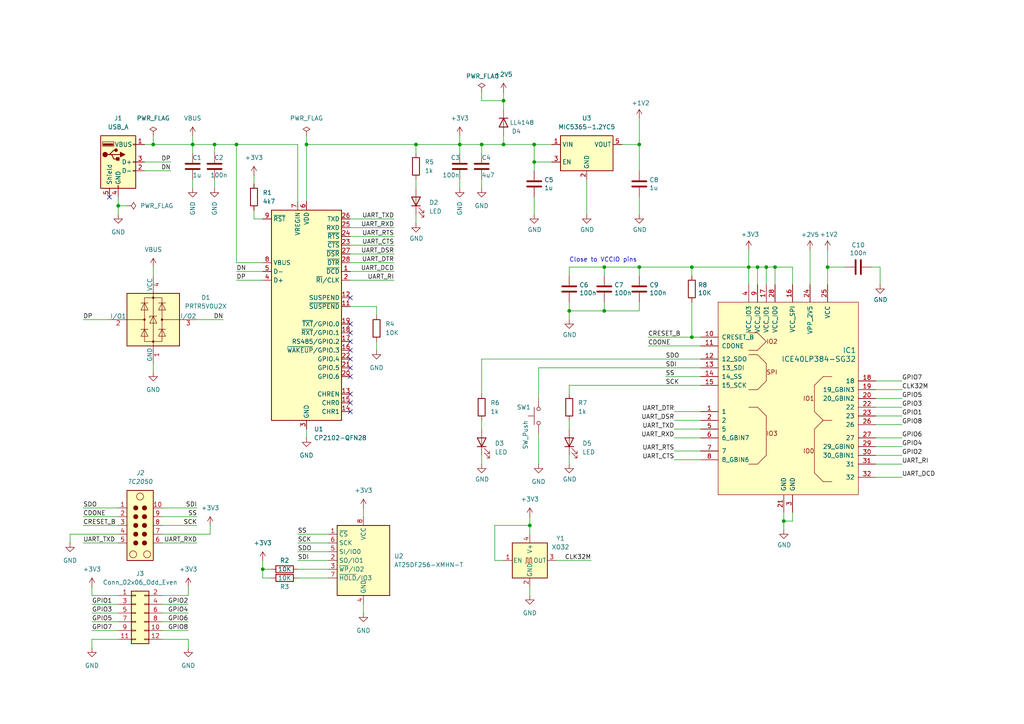
<source format=kicad_sch>
(kicad_sch (version 20250114) (generator "eeschema") (generator_version "9.0")
  (paper "A4")
  (title_block (title "UART384") (date "2025-08-26") (rev "v1.0") (comment 1 "a USB/UART enabled dev-board for the ice40LP384") (comment 2 "https://github.com/dpiegdon/uart384"))
  (lib_symbols
    (symbol "Connector:TC2050" (in_bom no)
      (property "Reference" "J" (at 1.27 11.43 0))
      (property "Value" "TC2050" (at 1.27 -11.43 0))
      (symbol "TC2050_1_1"
        (pin passive line (at -5.08 5.08 0) (length 2.54) (name "~") (number "1"))
        (pin passive line (at -5.08 2.54 0) (length 2.54) (name "~") (number "2"))
        (pin passive line (at -5.08 0 0) (length 2.54) (name "~") (number "3"))
        (pin passive line (at -5.08 -2.54 0) (length 2.54) (name "~") (number "4"))
        (pin passive line (at -5.08 -5.08 0) (length 2.54) (name "~") (number "5"))
        (pin passive line (at 7.62 5.08 180) (length 2.54) (name "~") (number "10"))
        (pin passive line (at 7.62 2.54 180) (length 2.54) (name "~") (number "9"))
        (pin passive line (at 7.62 0 180) (length 2.54) (name "~") (number "8"))
        (pin passive line (at 7.62 -2.54 180) (length 2.54) (name "~") (number "7"))
        (pin passive line (at 7.62 -5.08 180) (length 2.54) (name "~") (number "6"))
      )
    )
    (symbol "Connector:USB_A" (pin_names (offset 1.016))
      (property "Reference" "J" (at -5.08 11.43 0))
      (property "Value" "USB_A" (at -5.08 8.89 0))
      (symbol "USB_A_1_1"
        (pin passive line (at -2.54 -10.16 90) (length 2.54) (name "Shield") (number "5"))
        (pin power_in line (at 0 -10.16 90) (length 2.54) (name "GND") (number "4"))
        (pin power_in line (at 7.62 5.08 180) (length 2.54) (name "VBUS") (number "1"))
        (pin bidirectional line (at 7.62 0 180) (length 2.54) (name "D+") (number "3"))
        (pin bidirectional line (at 7.62 -2.54 180) (length 2.54) (name "D-") (number "2"))
      )
    )
    (symbol "Connector_Generic:Conn_02x06_Odd_Even" (pin_names (offset 1.016) (hide yes))
      (property "Reference" "J" (at 1.27 7.62 0))
      (property "Value" "Conn_02x06_Odd_Even" (at 1.27 -10.16 0))
      (symbol "Conn_02x06_Odd_Even_1_1"
        (pin passive line (at -5.08 5.08 0) (length 3.81) (name "Pin_1") (number "1"))
        (pin passive line (at -5.08 2.54 0) (length 3.81) (name "Pin_3") (number "3"))
        (pin passive line (at -5.08 0 0) (length 3.81) (name "Pin_5") (number "5"))
        (pin passive line (at -5.08 -2.54 0) (length 3.81) (name "Pin_7") (number "7"))
        (pin passive line (at -5.08 -5.08 0) (length 3.81) (name "Pin_9") (number "9"))
        (pin passive line (at -5.08 -7.62 0) (length 3.81) (name "Pin_11") (number "11"))
        (pin passive line (at 7.62 5.08 180) (length 3.81) (name "Pin_2") (number "2"))
        (pin passive line (at 7.62 2.54 180) (length 3.81) (name "Pin_4") (number "4"))
        (pin passive line (at 7.62 0 180) (length 3.81) (name "Pin_6") (number "6"))
        (pin passive line (at 7.62 -2.54 180) (length 3.81) (name "Pin_8") (number "8"))
        (pin passive line (at 7.62 -5.08 180) (length 3.81) (name "Pin_10") (number "10"))
        (pin passive line (at 7.62 -7.62 180) (length 3.81) (name "Pin_12") (number "12"))
      )
    )
    (symbol "Device:C" (pin_numbers (hide yes)) (pin_names (offset 0.254))
      (property "Reference" "C" (at 0.635 2.54 0))
      (property "Value" "C" (at 0.635 -2.54 0))
      (symbol "C_1_1"
        (pin passive line (at 0 3.81 270) (length 2.794) (name "~") (number "1"))
        (pin passive line (at 0 -3.81 90) (length 2.794) (name "~") (number "2"))
      )
    )
    (symbol "Device:D" (pin_numbers (hide yes)) (pin_names (offset 1.016) (hide yes))
      (property "Reference" "D" (at 0 2.54 0))
      (property "Value" "D" (at 0 -2.54 0))
      (symbol "D_1_1"
        (pin passive line (at -3.81 0 0) (length 2.54) (name "K") (number "1"))
        (pin passive line (at 3.81 0 180) (length 2.54) (name "A") (number "2"))
      )
    )
    (symbol "Device:LED" (pin_numbers (hide yes)) (pin_names (offset 1.016) (hide yes))
      (property "Reference" "D" (at 0 2.54 0))
      (property "Value" "LED" (at 0 -2.54 0))
      (symbol "LED_1_1"
        (pin passive line (at -3.81 0 0) (length 2.54) (name "K") (number "1"))
        (pin passive line (at 3.81 0 180) (length 2.54) (name "A") (number "2"))
      )
    )
    (symbol "Device:R" (pin_numbers (hide yes)) (pin_names (offset 0))
      (property "Reference" "R" (at 2.032 0 90))
      (property "Value" "R" (at 0 0 90))
      (symbol "R_1_1"
        (pin passive line (at 0 3.81 270) (length 1.27) (name "~") (number "1"))
        (pin passive line (at 0 -3.81 90) (length 1.27) (name "~") (number "2"))
      )
    )
    (symbol "Interface_USB:CP2102N-Axx-xQFN28"
      (property "Reference" "U" (at -8.89 31.75 0))
      (property "Value" "CP2102N-Axx-xQFN28" (at 12.7 31.75 0))
      (symbol "CP2102N-Axx-xQFN28_1_1"
        (pin input line (at -12.7 27.94 0) (length 2.54) (name "~{RST}") (number "9"))
        (pin input line (at -12.7 15.24 0) (length 2.54) (name "VBUS") (number "8"))
        (pin bidirectional line (at -12.7 12.7 0) (length 2.54) (name "D-") (number "5"))
        (pin bidirectional line (at -12.7 10.16 0) (length 2.54) (name "D+") (number "4"))
        (pin no_connect line (at -10.16 -27.94 0) (length 2.54) (hide yes) (name "NC") (number "10"))
        (pin power_in line (at -2.54 33.02 270) (length 2.54) (name "VREGIN") (number "7"))
        (pin power_in line (at 0 33.02 270) (length 2.54) (name "VDD") (number "6"))
        (pin passive line (at 0 -33.02 90) (length 2.54) (hide yes) (name "GND") (number "29"))
        (pin power_in line (at 0 -33.02 90) (length 2.54) (name "GND") (number "3"))
        (pin output line (at 12.7 27.94 180) (length 2.54) (name "TXD") (number "26"))
        (pin input line (at 12.7 25.4 180) (length 2.54) (name "RXD") (number "25"))
        (pin output line (at 12.7 22.86 180) (length 2.54) (name "~{RTS}") (number "24"))
        (pin input line (at 12.7 20.32 180) (length 2.54) (name "~{CTS}") (number "23"))
        (pin input line (at 12.7 17.78 180) (length 2.54) (name "~{DSR}") (number "27"))
        (pin output line (at 12.7 15.24 180) (length 2.54) (name "~{DTR}") (number "28"))
        (pin input line (at 12.7 12.7 180) (length 2.54) (name "~{DCD}") (number "1"))
        (pin bidirectional line (at 12.7 10.16 180) (length 2.54) (name "~{RI}/CLK") (number "2"))
        (pin output line (at 12.7 5.08 180) (length 2.54) (name "SUSPEND") (number "12"))
        (pin output line (at 12.7 2.54 180) (length 2.54) (name "~{SUSPEND}") (number "11"))
        (pin bidirectional line (at 12.7 -2.54 180) (length 2.54) (name "~{TXT}/GPIO.0") (number "19"))
        (pin bidirectional line (at 12.7 -5.08 180) (length 2.54) (name "~{RXT}/GPIO.1") (number "18"))
        (pin bidirectional line (at 12.7 -7.62 180) (length 2.54) (name "RS485/GPIO.2") (number "17"))
        (pin bidirectional line (at 12.7 -10.16 180) (length 2.54) (name "~{WAKEUP}/GPIO.3") (number "16"))
        (pin bidirectional line (at 12.7 -12.7 180) (length 2.54) (name "GPIO.4") (number "22"))
        (pin bidirectional line (at 12.7 -15.24 180) (length 2.54) (name "GPIO.5") (number "21"))
        (pin bidirectional line (at 12.7 -17.78 180) (length 2.54) (name "GPIO.6") (number "20"))
        (pin output line (at 12.7 -22.86 180) (length 2.54) (name "CHREN") (number "13"))
        (pin output line (at 12.7 -25.4 180) (length 2.54) (name "CHR0") (number "15"))
        (pin output line (at 12.7 -27.94 180) (length 2.54) (name "CHR1") (number "14"))
      )
    )
    (symbol "Memory_Flash:AT25SF081-SSHD-X"
      (property "Reference" "U" (at -6.35 11.43 0))
      (property "Value" "AT25SF081-SSHD-X" (at 11.43 11.43 0))
      (symbol "AT25SF081-SSHD-X_1_1"
        (pin input line (at -10.16 7.62 0) (length 2.54) (name "~{CS}") (number "1"))
        (pin input line (at -10.16 5.08 0) (length 2.54) (name "SCK") (number "6"))
        (pin bidirectional line (at -10.16 2.54 0) (length 2.54) (name "SI/IO0") (number "5"))
        (pin bidirectional line (at -10.16 0 0) (length 2.54) (name "SO/IO1") (number "2"))
        (pin bidirectional line (at -10.16 -2.54 0) (length 2.54) (name "~{WP}/IO2") (number "3"))
        (pin bidirectional line (at -10.16 -5.08 0) (length 2.54) (name "~{HOLD}/IO3") (number "7"))
        (pin power_in line (at 0 12.7 270) (length 2.54) (name "VCC") (number "8"))
        (pin power_in line (at 0 -12.7 90) (length 2.54) (name "GND") (number "4"))
      )
    )
    (symbol "Oscillator:XO32" (pin_names (offset 0.254))
      (property "Reference" "Y" (at -5.08 6.35 0))
      (property "Value" "XO32" (at 1.27 -6.35 0))
      (symbol "XO32_1_1"
        (pin input line (at -7.62 0 0) (length 2.54) (name "EN") (number "1"))
        (pin power_in line (at 0 7.62 270) (length 2.54) (name "V+") (number "4"))
        (pin power_in line (at 0 -7.62 90) (length 2.54) (name "GND") (number "2"))
        (pin output line (at 7.62 0 180) (length 2.54) (name "OUT") (number "3"))
      )
    )
    (symbol "Power_Protection:PRTR5V0U2X" (pin_names (offset 0))
      (property "Reference" "D" (at 2.794 8.636 0))
      (property "Value" "PRTR5V0U2X" (at 8.128 -9.398 0))
      (symbol "PRTR5V0U2X_1_1"
        (pin passive line (at -12.7 0 0) (length 5.08) (name "I/O1") (number "2"))
        (pin passive line (at 0 12.7 270) (length 5.08) (name "VCC") (number "4"))
        (pin passive line (at 0 -12.7 90) (length 5.08) (name "GND") (number "1"))
        (pin passive line (at 12.7 0 180) (length 5.08) (name "I/O2") (number "3"))
      )
    )
    (symbol "Regulator_Linear:MIC5365-1.2YC5"
      (property "Reference" "U" (at -6.35 6.35 0))
      (property "Value" "MIC5365-1.2YC5" (at 0 6.35 0))
      (symbol "MIC5365-1.2YC5_1_1"
        (pin power_in line (at -10.16 2.54 0) (length 2.54) (name "VIN") (number "1"))
        (pin input line (at -10.16 -2.54 0) (length 2.54) (name "EN") (number "3"))
        (pin power_in line (at 0 -7.62 90) (length 2.54) (name "GND") (number "2"))
        (pin no_connect line (at 7.62 -2.54 180) (length 2.54) (hide yes) (name "NC") (number "4"))
        (pin power_out line (at 10.16 2.54 180) (length 2.54) (name "VOUT") (number "5"))
      )
    )
    (symbol "Switch:SW_Push" (pin_numbers (hide yes)) (pin_names (offset 1.016) (hide yes))
      (property "Reference" "SW" (at 1.27 2.54 0))
      (property "Value" "SW_Push" (at 0 -1.524 0))
      (symbol "SW_Push_0_1"
        (pin passive line (at -5.08 0 0) (length 2.54) (name "1") (number "1"))
        (pin passive line (at 5.08 0 180) (length 2.54) (name "2") (number "2"))
      )
    )
    (symbol "lattice_fpga:ICE40LP384-SG32" (pin_names (offset 1.016))
      (property "Reference" "IC" (at 19.05 13.97 0))
      (property "Value" "ICE40LP384-SG32" (at 19.05 16.51 0))
      (symbol "ICE40LP384-SG32_1_1"
        (text "IO2" (at -6.35 19.05 0) (effects (font (size 1.27 1.27)) (justify left)))
        (text "SPI" (at -6.35 10.16 0) (effects (font (size 1.27 1.27)) (justify left)))
        (text "IO3" (at -6.35 -7.62 0) (effects (font (size 1.27 1.27)) (justify left)))
        (text "IO1" (at 7.62 2.54 0) (effects (font (size 1.27 1.27)) (justify right)))
        (text "IO0" (at 7.62 -12.7 0) (effects (font (size 1.27 1.27)) (justify right)))
        (pin input line (at -25.4 20.32 0) (length 5.08) (name "CRESET_B") (number "10"))
        (pin bidirectional line (at -25.4 17.78 0) (length 5.08) (name "CDONE") (number "11"))
        (pin bidirectional line (at -25.4 13.97 0) (length 5.08) (name "12_SDO") (number "12"))
        (pin bidirectional line (at -25.4 11.43 0) (length 5.08) (name "13_SDI") (number "13"))
        (pin bidirectional line (at -25.4 8.89 0) (length 5.08) (name "14_SS") (number "14"))
        (pin bidirectional line (at -25.4 6.35 0) (length 5.08) (name "15_SCK") (number "15"))
        (pin bidirectional line (at -25.4 -1.27 0) (length 5.08) (name "1") (number "1"))
        (pin bidirectional line (at -25.4 -3.81 0) (length 5.08) (name "2") (number "2"))
        (pin bidirectional line (at -25.4 -6.35 0) (length 5.08) (name "5") (number "5"))
        (pin bidirectional line (at -25.4 -8.89 0) (length 5.08) (name "6_GBIN7") (number "6"))
        (pin bidirectional line (at -25.4 -12.7 0) (length 5.08) (name "7") (number "7"))
        (pin bidirectional line (at -25.4 -15.24 0) (length 5.08) (name "8_GBIN6") (number "8"))
        (pin power_in line (at -11.43 35.56 270) (length 5.08) (name "VCC_IO3") (number "4"))
        (pin power_in line (at -8.89 35.56 270) (length 5.08) (name "VCC_IO2") (number "9"))
        (pin power_in line (at -6.35 35.56 270) (length 5.08) (name "VCC_IO1") (number "17"))
        (pin power_in line (at -3.81 35.56 270) (length 5.08) (name "VCC_IO0") (number "28"))
        (pin power_in line (at -1.27 -30.48 90) (length 5.08) (name "GND") (number "21"))
        (pin power_in line (at 1.27 35.56 270) (length 5.08) (name "VCC_SPI") (number "16"))
        (pin power_in line (at 1.27 -30.48 90) (length 5.08) (name "GND") (number "3"))
        (pin no_connect non_logic (at 3.81 -30.48 90) (length 5.08) (hide yes) (name "center_pad") (number "33"))
        (pin power_in line (at 6.35 35.56 270) (length 5.08) (name "VPP_2V5") (number "24"))
        (pin power_in line (at 11.43 35.56 270) (length 5.08) (name "VCC") (number "25"))
        (pin bidirectional line (at 25.4 7.62 180) (length 5.08) (name "18") (number "18"))
        (pin bidirectional line (at 25.4 5.08 180) (length 5.08) (name "19_GBIN3") (number "19"))
        (pin bidirectional line (at 25.4 2.54 180) (length 5.08) (name "20_GBIN2") (number "20"))
        (pin bidirectional line (at 25.4 0 180) (length 5.08) (name "22") (number "22"))
        (pin bidirectional line (at 25.4 -2.54 180) (length 5.08) (name "23") (number "23"))
        (pin bidirectional line (at 25.4 -5.08 180) (length 5.08) (name "26") (number "26"))
        (pin bidirectional line (at 25.4 -8.89 180) (length 5.08) (name "27") (number "27"))
        (pin bidirectional line (at 25.4 -11.43 180) (length 5.08) (name "29_GBIN0") (number "29"))
        (pin bidirectional line (at 25.4 -13.97 180) (length 5.08) (name "30_GBIN1") (number "30"))
        (pin bidirectional line (at 25.4 -16.51 180) (length 5.08) (name "31") (number "31"))
        (pin bidirectional line (at 25.4 -20.32 180) (length 5.08) (name "32") (number "32"))
      )
    )
    (symbol "power:+1V2" (power) (pin_numbers (hide yes)) (pin_names (offset 0) (hide yes))
      (property "Value" "+1V2" (at 0 3.556 0))
      (symbol "+1V2_1_1"
        (pin power_in line (at 0 0 90) (length 0) (name "~") (number "1"))
      )
    )
    (symbol "power:+2V5" (power) (pin_numbers (hide yes)) (pin_names (offset 0) (hide yes))
      (property "Value" "+2V5" (at 0 3.556 0))
      (symbol "+2V5_1_1"
        (pin power_in line (at 0 0 90) (length 0) (name "~") (number "1"))
      )
    )
    (symbol "power:+3V3" (power) (pin_numbers (hide yes)) (pin_names (offset 0) (hide yes))
      (property "Value" "+3V3" (at 0 3.556 0))
      (symbol "+3V3_1_1"
        (pin power_in line (at 0 0 90) (length 0) (name "~") (number "1"))
      )
    )
    (symbol "power:GND" (power) (pin_numbers (hide yes)) (pin_names (offset 0) (hide yes))
      (property "Value" "GND" (at 0 -3.81 0))
      (symbol "GND_1_1"
        (pin power_in line (at 0 0 270) (length 0) (name "~") (number "1"))
      )
    )
    (symbol "power:PWR_FLAG" (power) (pin_numbers (hide yes)) (pin_names (offset 0) (hide yes))
      (property "Value" "PWR_FLAG" (at 0 3.81 0))
      (symbol "PWR_FLAG_0_0"
        (pin power_out line (at 0 0 90) (length 0) (name "~") (number "1"))
      )
    )
    (symbol "power:VBUS" (power) (pin_numbers (hide yes)) (pin_names (offset 0) (hide yes))
      (property "Value" "VBUS" (at 0 3.556 0))
      (symbol "VBUS_1_1"
        (pin power_in line (at 0 0 90) (length 0) (name "~") (number "1"))
      )
    )
  )
  (text "Close to VCCIO pins" (at 165.1 76.2 0) (effects (font (size 1.27 1.27)) (justify left bottom)))
  (junction (at 224.79 77.47))
  (junction (at 68.58 41.91))
  (junction (at 55.88 41.91))
  (junction (at 217.17 77.47))
  (junction (at 222.25 77.47))
  (junction (at 133.35 41.91))
  (junction (at 200.66 97.79))
  (junction (at 153.67 152.4))
  (junction (at 62.23 41.91))
  (junction (at 154.94 46.99))
  (junction (at 154.94 41.91))
  (junction (at 120.65 41.91))
  (junction (at 76.2 165.1))
  (junction (at 165.1 90.17))
  (junction (at 185.42 41.91))
  (junction (at 175.26 90.17))
  (junction (at 44.45 41.91))
  (junction (at 34.29 59.69))
  (junction (at 200.66 77.47))
  (junction (at 185.42 77.47))
  (junction (at 146.05 29.21))
  (junction (at 139.7 41.91))
  (junction (at 227.33 151.13))
  (junction (at 146.05 41.91))
  (junction (at 219.71 77.47))
  (junction (at 175.26 77.47))
  (junction (at 240.03 77.47))
  (junction (at 88.9 41.91))
  (no_connect (at 101.6 93.98))
  (no_connect (at 101.6 109.22))
  (no_connect (at 101.6 104.14))
  (no_connect (at 101.6 106.68))
  (no_connect (at 101.6 96.52))
  (no_connect (at 101.6 99.06))
  (no_connect (at 101.6 114.3))
  (no_connect (at 31.75 57.15))
  (no_connect (at 101.6 86.36))
  (no_connect (at 101.6 101.6))
  (no_connect (at 101.6 116.84))
  (no_connect (at 101.6 119.38))
  (wire (pts (xy 20.32 157.48) (xy 20.32 154.94)))
  (wire (pts (xy 101.6 66.04) (xy 114.3 66.04)))
  (wire (pts (xy 203.2 130.81) (xy 195.58 130.81)))
  (wire (pts (xy 254 129.54) (xy 261.62 129.54)))
  (wire (pts (xy 34.29 59.69) (xy 34.29 62.23)))
  (wire (pts (xy 219.71 77.47) (xy 219.71 82.55)))
  (wire (pts (xy 139.7 41.91) (xy 146.05 41.91)))
  (wire (pts (xy 46.99 149.86) (xy 57.15 149.86)))
  (wire (pts (xy 120.65 52.07) (xy 120.65 54.61)))
  (wire (pts (xy 46.99 147.32) (xy 57.15 147.32)))
  (wire (pts (xy 24.13 147.32) (xy 34.29 147.32)))
  (wire (pts (xy 222.25 77.47) (xy 222.25 82.55)))
  (wire (pts (xy 254 120.65) (xy 261.62 120.65)))
  (wire (pts (xy 26.67 187.96) (xy 26.67 185.42)))
  (wire (pts (xy 133.35 52.07) (xy 133.35 54.61)))
  (wire (pts (xy 254 110.49) (xy 261.62 110.49)))
  (wire (pts (xy 120.65 41.91) (xy 133.35 41.91)))
  (wire (pts (xy 156.21 106.68) (xy 156.21 115.57)))
  (wire (pts (xy 133.35 39.37) (xy 133.35 41.91)))
  (wire (pts (xy 227.33 148.59) (xy 227.33 151.13)))
  (wire (pts (xy 154.94 41.91) (xy 160.02 41.91)))
  (wire (pts (xy 86.36 165.1) (xy 95.25 165.1)))
  (wire (pts (xy 203.2 97.79) (xy 200.66 97.79)))
  (wire (pts (xy 139.7 121.92) (xy 139.7 124.46)))
  (wire (pts (xy 44.45 41.91) (xy 55.88 41.91)))
  (wire (pts (xy 86.36 154.94) (xy 95.25 154.94)))
  (wire (pts (xy 165.1 132.08) (xy 165.1 134.62)))
  (wire (pts (xy 68.58 78.74) (xy 76.2 78.74)))
  (wire (pts (xy 26.67 170.18) (xy 26.67 172.72)))
  (wire (pts (xy 146.05 26.67) (xy 146.05 29.21)))
  (wire (pts (xy 165.1 121.92) (xy 165.1 124.46)))
  (wire (pts (xy 224.79 77.47) (xy 222.25 77.47)))
  (wire (pts (xy 26.67 172.72) (xy 34.29 172.72)))
  (wire (pts (xy 34.29 57.15) (xy 34.29 59.69)))
  (wire (pts (xy 86.36 162.56) (xy 95.25 162.56)))
  (wire (pts (xy 73.66 63.5) (xy 76.2 63.5)))
  (wire (pts (xy 170.18 62.23) (xy 170.18 52.07)))
  (wire (pts (xy 219.71 77.47) (xy 217.17 77.47)))
  (wire (pts (xy 101.6 81.28) (xy 114.3 81.28)))
  (wire (pts (xy 200.66 97.79) (xy 200.66 87.63)))
  (wire (pts (xy 224.79 77.47) (xy 224.79 82.55)))
  (wire (pts (xy 224.79 77.47) (xy 229.87 77.47)))
  (wire (pts (xy 254 138.43) (xy 261.62 138.43)))
  (wire (pts (xy 203.2 119.38) (xy 195.58 119.38)))
  (wire (pts (xy 88.9 39.37) (xy 88.9 41.91)))
  (wire (pts (xy 227.33 151.13) (xy 229.87 151.13)))
  (wire (pts (xy 26.67 177.8) (xy 34.29 177.8)))
  (wire (pts (xy 185.42 49.53) (xy 185.42 41.91)))
  (wire (pts (xy 139.7 114.3) (xy 139.7 104.14)))
  (wire (pts (xy 165.1 77.47) (xy 175.26 77.47)))
  (wire (pts (xy 34.29 59.69) (xy 36.83 59.69)))
  (wire (pts (xy 139.7 132.08) (xy 139.7 134.62)))
  (wire (pts (xy 229.87 151.13) (xy 229.87 148.59)))
  (wire (pts (xy 41.91 41.91) (xy 44.45 41.91)))
  (wire (pts (xy 101.6 88.9) (xy 109.22 88.9)))
  (wire (pts (xy 86.36 167.64) (xy 95.25 167.64)))
  (wire (pts (xy 101.6 71.12) (xy 114.3 71.12)))
  (wire (pts (xy 254 118.11) (xy 261.62 118.11)))
  (wire (pts (xy 46.99 152.4) (xy 57.15 152.4)))
  (wire (pts (xy 46.99 172.72) (xy 54.61 172.72)))
  (wire (pts (xy 254 123.19) (xy 261.62 123.19)))
  (wire (pts (xy 76.2 165.1) (xy 76.2 167.64)))
  (wire (pts (xy 165.1 87.63) (xy 165.1 90.17)))
  (wire (pts (xy 46.99 182.88) (xy 54.61 182.88)))
  (wire (pts (xy 175.26 80.01) (xy 175.26 77.47)))
  (wire (pts (xy 46.99 154.94) (xy 60.96 154.94)))
  (wire (pts (xy 62.23 52.07) (xy 62.23 54.61)))
  (wire (pts (xy 60.96 152.4) (xy 60.96 154.94)))
  (wire (pts (xy 154.94 49.53) (xy 154.94 46.99)))
  (wire (pts (xy 55.88 41.91) (xy 55.88 44.45)))
  (wire (pts (xy 46.99 157.48) (xy 57.15 157.48)))
  (wire (pts (xy 254 115.57) (xy 261.62 115.57)))
  (wire (pts (xy 109.22 88.9) (xy 109.22 91.44)))
  (wire (pts (xy 139.7 41.91) (xy 139.7 44.45)))
  (wire (pts (xy 24.13 157.48) (xy 34.29 157.48)))
  (wire (pts (xy 255.27 77.47) (xy 255.27 82.55)))
  (wire (pts (xy 203.2 133.35) (xy 195.58 133.35)))
  (wire (pts (xy 175.26 90.17) (xy 185.42 90.17)))
  (wire (pts (xy 165.1 90.17) (xy 165.1 92.71)))
  (wire (pts (xy 185.42 80.01) (xy 185.42 77.47)))
  (wire (pts (xy 46.99 175.26) (xy 54.61 175.26)))
  (wire (pts (xy 41.91 49.53) (xy 49.53 49.53)))
  (wire (pts (xy 165.1 90.17) (xy 175.26 90.17)))
  (wire (pts (xy 200.66 77.47) (xy 217.17 77.47)))
  (wire (pts (xy 101.6 76.2) (xy 114.3 76.2)))
  (wire (pts (xy 88.9 41.91) (xy 120.65 41.91)))
  (wire (pts (xy 73.66 60.96) (xy 73.66 63.5)))
  (wire (pts (xy 161.29 162.56) (xy 171.45 162.56)))
  (wire (pts (xy 44.45 105.41) (xy 44.45 107.95)))
  (wire (pts (xy 240.03 77.47) (xy 245.11 77.47)))
  (wire (pts (xy 234.95 72.39) (xy 234.95 82.55)))
  (wire (pts (xy 153.67 152.4) (xy 143.51 152.4)))
  (wire (pts (xy 217.17 77.47) (xy 217.17 82.55)))
  (wire (pts (xy 105.41 175.26) (xy 105.41 177.8)))
  (wire (pts (xy 185.42 62.23) (xy 185.42 57.15)))
  (wire (pts (xy 120.65 62.23) (xy 120.65 64.77)))
  (wire (pts (xy 143.51 162.56) (xy 146.05 162.56)))
  (wire (pts (xy 200.66 80.01) (xy 200.66 77.47)))
  (wire (pts (xy 88.9 124.46) (xy 88.9 127)))
  (wire (pts (xy 146.05 29.21) (xy 146.05 31.75)))
  (wire (pts (xy 101.6 73.66) (xy 114.3 73.66)))
  (wire (pts (xy 227.33 151.13) (xy 227.33 153.67)))
  (wire (pts (xy 54.61 170.18) (xy 54.61 172.72)))
  (wire (pts (xy 153.67 170.18) (xy 153.67 172.72)))
  (wire (pts (xy 254 134.62) (xy 261.62 134.62)))
  (wire (pts (xy 86.36 160.02) (xy 95.25 160.02)))
  (wire (pts (xy 165.1 111.76) (xy 203.2 111.76)))
  (wire (pts (xy 175.26 77.47) (xy 185.42 77.47)))
  (wire (pts (xy 254 132.08) (xy 261.62 132.08)))
  (wire (pts (xy 24.13 92.71) (xy 31.75 92.71)))
  (wire (pts (xy 34.29 180.34) (xy 26.67 180.34)))
  (wire (pts (xy 222.25 77.47) (xy 219.71 77.47)))
  (wire (pts (xy 44.45 39.37) (xy 44.45 41.91)))
  (wire (pts (xy 203.2 121.92) (xy 195.58 121.92)))
  (wire (pts (xy 240.03 72.39) (xy 240.03 77.47)))
  (wire (pts (xy 24.13 149.86) (xy 34.29 149.86)))
  (wire (pts (xy 133.35 41.91) (xy 139.7 41.91)))
  (wire (pts (xy 26.67 175.26) (xy 34.29 175.26)))
  (wire (pts (xy 86.36 41.91) (xy 86.36 58.42)))
  (wire (pts (xy 146.05 41.91) (xy 154.94 41.91)))
  (wire (pts (xy 76.2 167.64) (xy 78.74 167.64)))
  (wire (pts (xy 139.7 26.67) (xy 139.7 29.21)))
  (wire (pts (xy 139.7 52.07) (xy 139.7 54.61)))
  (wire (pts (xy 101.6 63.5) (xy 114.3 63.5)))
  (wire (pts (xy 20.32 154.94) (xy 34.29 154.94)))
  (wire (pts (xy 240.03 77.47) (xy 240.03 82.55)))
  (wire (pts (xy 55.88 41.91) (xy 62.23 41.91)))
  (wire (pts (xy 24.13 152.4) (xy 34.29 152.4)))
  (wire (pts (xy 187.96 100.33) (xy 203.2 100.33)))
  (wire (pts (xy 252.73 77.47) (xy 255.27 77.47)))
  (wire (pts (xy 101.6 78.74) (xy 114.3 78.74)))
  (wire (pts (xy 153.67 149.86) (xy 153.67 152.4)))
  (wire (pts (xy 217.17 72.39) (xy 217.17 77.47)))
  (wire (pts (xy 254 113.03) (xy 261.62 113.03)))
  (wire (pts (xy 146.05 39.37) (xy 146.05 41.91)))
  (wire (pts (xy 101.6 68.58) (xy 114.3 68.58)))
  (wire (pts (xy 46.99 180.34) (xy 54.61 180.34)))
  (wire (pts (xy 54.61 185.42) (xy 54.61 187.96)))
  (wire (pts (xy 185.42 77.47) (xy 200.66 77.47)))
  (wire (pts (xy 254 127) (xy 261.62 127)))
  (wire (pts (xy 105.41 147.32) (xy 105.41 149.86)))
  (wire (pts (xy 139.7 29.21) (xy 146.05 29.21)))
  (wire (pts (xy 180.34 41.91) (xy 185.42 41.91)))
  (wire (pts (xy 46.99 177.8) (xy 54.61 177.8)))
  (wire (pts (xy 68.58 81.28) (xy 76.2 81.28)))
  (wire (pts (xy 55.88 41.91) (xy 55.88 39.37)))
  (wire (pts (xy 73.66 50.8) (xy 73.66 53.34)))
  (wire (pts (xy 203.2 124.46) (xy 195.58 124.46)))
  (wire (pts (xy 156.21 106.68) (xy 203.2 106.68)))
  (wire (pts (xy 62.23 41.91) (xy 62.23 44.45)))
  (wire (pts (xy 203.2 127) (xy 195.58 127)))
  (wire (pts (xy 187.96 97.79) (xy 200.66 97.79)))
  (wire (pts (xy 133.35 41.91) (xy 133.35 44.45)))
  (wire (pts (xy 154.94 62.23) (xy 154.94 57.15)))
  (wire (pts (xy 154.94 41.91) (xy 154.94 46.99)))
  (wire (pts (xy 68.58 41.91) (xy 68.58 76.2)))
  (wire (pts (xy 41.91 46.99) (xy 49.53 46.99)))
  (wire (pts (xy 175.26 90.17) (xy 175.26 87.63)))
  (wire (pts (xy 143.51 152.4) (xy 143.51 162.56)))
  (wire (pts (xy 120.65 41.91) (xy 120.65 44.45)))
  (wire (pts (xy 185.42 41.91) (xy 185.42 34.29)))
  (wire (pts (xy 229.87 77.47) (xy 229.87 82.55)))
  (wire (pts (xy 185.42 90.17) (xy 185.42 87.63)))
  (wire (pts (xy 88.9 41.91) (xy 88.9 58.42)))
  (wire (pts (xy 55.88 52.07) (xy 55.88 54.61)))
  (wire (pts (xy 26.67 182.88) (xy 34.29 182.88)))
  (wire (pts (xy 68.58 41.91) (xy 62.23 41.91)))
  (wire (pts (xy 165.1 80.01) (xy 165.1 77.47)))
  (wire (pts (xy 68.58 76.2) (xy 76.2 76.2)))
  (wire (pts (xy 44.45 77.47) (xy 44.45 80.01)))
  (wire (pts (xy 68.58 41.91) (xy 86.36 41.91)))
  (wire (pts (xy 156.21 125.73) (xy 156.21 134.62)))
  (wire (pts (xy 26.67 185.42) (xy 34.29 185.42)))
  (wire (pts (xy 109.22 99.06) (xy 109.22 101.6)))
  (wire (pts (xy 76.2 162.56) (xy 76.2 165.1)))
  (wire (pts (xy 46.99 185.42) (xy 54.61 185.42)))
  (wire (pts (xy 193.04 109.22) (xy 203.2 109.22)))
  (wire (pts (xy 78.74 165.1) (xy 76.2 165.1)))
  (wire (pts (xy 165.1 111.76) (xy 165.1 114.3)))
  (wire (pts (xy 153.67 152.4) (xy 153.67 154.94)))
  (wire (pts (xy 86.36 157.48) (xy 95.25 157.48)))
  (wire (pts (xy 154.94 46.99) (xy 160.02 46.99)))
  (wire (pts (xy 139.7 104.14) (xy 203.2 104.14)))
  (wire (pts (xy 57.15 92.71) (xy 64.77 92.71)))
  (label "SDO" (at 86.36 160.02 0))
  (label "UART_DCD" (at 114.3 78.74 180))
  (label "CDONE" (at 187.96 100.33 0))
  (label "GPIO7" (at 26.67 182.88 0))
  (label "SDO" (at 24.13 147.32 0))
  (label "GPIO7" (at 261.62 110.49 0))
  (label "SDO" (at 193.04 104.14 0))
  (label "GPIO1" (at 261.62 120.65 0))
  (label "DP" (at 49.53 46.99 180))
  (label "CLK32M" (at 171.45 162.56 180))
  (label "SCK" (at 57.15 152.4 180))
  (label "UART_RXD" (at 57.15 157.48 180))
  (label "UART_RI" (at 114.3 81.28 180))
  (label "UART_RTS" (at 114.3 68.58 180))
  (label "DN" (at 64.77 92.71 180))
  (label "GPIO8" (at 54.61 182.88 180))
  (label "GPIO3" (at 261.62 118.11 0))
  (label "GPIO8" (at 261.62 123.19 0))
  (label "SDI" (at 86.36 162.56 0))
  (label "UART_DSR" (at 195.58 121.92 180))
  (label "DP" (at 68.58 81.28 0))
  (label "UART_DSR" (at 114.3 73.66 180))
  (label "CDONE" (at 24.13 149.86 0))
  (label "GPIO4" (at 261.62 129.54 0))
  (label "SS" (at 193.04 109.22 0))
  (label "GPIO6" (at 54.61 180.34 180))
  (label "UART_CTS" (at 114.3 71.12 180))
  (label "UART_RI" (at 261.62 134.62 0))
  (label "GPIO6" (at 261.62 127 0))
  (label "UART_TXD" (at 195.58 124.46 180))
  (label "SCK" (at 86.36 157.48 0))
  (label "SS" (at 57.15 149.86 180))
  (label "CRESET_B" (at 24.13 152.4 0))
  (label "GPIO4" (at 54.61 177.8 180))
  (label "GPIO5" (at 261.62 115.57 0))
  (label "UART_RTS" (at 195.58 130.81 180))
  (label "GPIO1" (at 26.67 175.26 0))
  (label "SDI" (at 193.04 106.68 0))
  (label "UART_RXD" (at 114.3 66.04 180))
  (label "GPIO5" (at 26.67 180.34 0))
  (label "CLK32M" (at 261.62 113.03 0))
  (label "GPIO2" (at 54.61 175.26 180))
  (label "UART_DTR" (at 114.3 76.2 180))
  (label "SDI" (at 57.15 147.32 180))
  (label "GPIO2" (at 261.62 132.08 0))
  (label "DN" (at 49.53 49.53 180))
  (label "CRESET_B" (at 187.96 97.79 0))
  (label "GPIO3" (at 26.67 177.8 0))
  (label "UART_CTS" (at 195.58 133.35 180))
  (label "DP" (at 24.13 92.71 0))
  (label "UART_DCD" (at 261.62 138.43 0))
  (label "UART_RXD" (at 195.58 127 180))
  (label "SS" (at 86.36 154.94 0))
  (label "UART_TXD" (at 24.13 157.48 0))
  (label "UART_DTR" (at 195.58 119.38 180))
  (label "DN" (at 68.58 78.74 0))
  (label "SCK" (at 193.04 111.76 0))
  (label "UART_TXD" (at 114.3 63.5 180))
  (symbol (lib_id "power:GND") (at 170.18 62.23 0) (unit 1)
    (property "Reference" "#PWR031" (effects (hide yes)))
    (property "Value" "GND" (at 170.307 66.6242 0))
  )
  (symbol (lib_id "power:GND") (at 227.33 153.67 0) (unit 1)
    (property "Reference" "#PWR035" (effects (hide yes)))
    (property "Value" "GND" (at 227.457 158.0642 0))
  )
  (symbol (lib_id "power:+3V3") (at 217.17 72.39 0) (unit 1)
    (property "Reference" "#PWR034" (effects (hide yes)))
    (property "Value" "+3V3" (at 217.551 67.9958 0))
  )
  (symbol (lib_id "Device:C") (at 154.94 53.34 0) (unit 1)
    (property "Reference" "C5" (at 157.861 52.1716 0) (effects (justify left)))
    (property "Value" "1u" (at 157.861 54.483 0) (effects (justify left)))
    (property "Footprint" "Capacitor_SMD:C_0603_1608Metric" (effects (hide yes)))
  )
  (symbol (lib_id "power:GND") (at 154.94 62.23 0) (unit 1)
    (property "Reference" "#PWR027" (effects (hide yes)))
    (property "Value" "GND" (at 155.067 66.6242 0))
  )
  (symbol (lib_id "power:+1V2") (at 185.42 34.29 0) (unit 1)
    (property "Reference" "#PWR032" (effects (hide yes)))
    (property "Value" "+1V2" (at 185.801 29.8958 0))
  )
  (symbol (lib_id "power:+1V2") (at 240.03 72.39 0) (unit 1)
    (property "Reference" "#PWR037" (effects (hide yes)))
    (property "Value" "+1V2" (at 240.411 67.9958 0))
  )
  (symbol (lib_id "Device:C") (at 185.42 53.34 0) (unit 1)
    (property "Reference" "C8" (at 188.341 52.1716 0) (effects (justify left)))
    (property "Value" "1u" (at 188.341 54.483 0) (effects (justify left)))
    (property "Footprint" "Capacitor_SMD:C_0603_1608Metric" (effects (hide yes)))
  )
  (symbol (lib_id "power:GND") (at 185.42 62.23 0) (unit 1)
    (property "Reference" "#PWR033" (effects (hide yes)))
    (property "Value" "GND" (at 185.547 66.6242 0))
  )
  (symbol (lib_id "power:PWR_FLAG") (at 139.7 26.67 0) (unit 1)
    (property "Reference" "#FLG04" (effects (hide yes)))
    (property "Value" "PWR_FLAG" (at 135.128 22.098 0) (effects (justify left)))
  )
  (symbol (lib_id "Device:C") (at 248.92 77.47 270) (unit 1)
    (property "Reference" "C10" (at 248.92 71.0692 90))
    (property "Value" "100n" (at 248.92 73.3806 90))
    (property "Footprint" "Capacitor_SMD:C_0603_1608Metric" (effects (hide yes)))
  )
  (symbol (lib_id "power:GND") (at 255.27 82.55 0) (unit 1)
    (property "Reference" "#PWR038" (effects (hide yes)))
    (property "Value" "GND" (at 255.397 86.9442 0))
  )
  (symbol (lib_id "Device:C") (at 175.26 83.82 0) (unit 1)
    (property "Reference" "C7" (at 178.181 82.6516 0) (effects (justify left)))
    (property "Value" "100n" (at 178.181 84.963 0) (effects (justify left)))
    (property "Footprint" "Capacitor_SMD:C_0603_1608Metric" (effects (hide yes)))
  )
  (symbol (lib_id "Device:C") (at 185.42 83.82 0) (unit 1)
    (property "Reference" "C9" (at 188.341 82.6516 0) (effects (justify left)))
    (property "Value" "100n" (at 188.341 84.963 0) (effects (justify left)))
    (property "Footprint" "Capacitor_SMD:C_0603_1608Metric" (effects (hide yes)))
  )
  (symbol (lib_id "Device:C") (at 165.1 83.82 0) (unit 1)
    (property "Reference" "C6" (at 168.021 82.6516 0) (effects (justify left)))
    (property "Value" "100n" (at 168.021 84.963 0) (effects (justify left)))
    (property "Footprint" "Capacitor_SMD:C_0603_1608Metric" (effects (hide yes)))
  )
  (symbol (lib_id "power:GND") (at 44.45 107.95 0) (unit 1)
    (property "Reference" "#PWR06" (effects (hide yes)))
    (property "Value" "GND" (at 44.45 113.03 0))
    (property "Description" "Power symbol creates a global label with name \"GND\" , ground" (effects (hide yes)))
  )
  (symbol (lib_id "Device:R") (at 165.1 118.11 0) (unit 1)
    (property "Reference" "R7" (at 167.64 116.8399 0) (effects (justify left)))
    (property "Value" "1k" (at 167.64 119.3799 0) (effects (justify left)))
    (property "Footprint" "Resistor_SMD:R_0603_1608Metric" (effects (hide yes)))
    (property "Description" "Resistor" (effects (hide yes)))
  )
  (symbol (lib_id "Device:R") (at 109.22 95.25 0) (unit 1)
    (property "Reference" "R4" (at 111.76 93.9799 0) (effects (justify left)))
    (property "Value" "10K" (at 111.76 96.5199 0) (effects (justify left)))
    (property "Footprint" "Resistor_SMD:R_0603_1608Metric" (effects (hide yes)))
    (property "Description" "Resistor" (effects (hide yes)))
  )
  (symbol (lib_id "power:+3V3") (at 76.2 162.56 0) (unit 1)
    (property "Reference" "#PWR014" (effects (hide yes)))
    (property "Value" "+3V3" (at 76.2 157.48 0))
    (property "Description" "Power symbol creates a global label with name \"+3V3\"" (effects (hide yes)))
  )
  (symbol (lib_id "Device:R") (at 82.55 167.64 90) (unit 1)
    (property "Reference" "R3" (at 82.55 170.18 90))
    (property "Value" "10K" (at 82.55 167.64 90))
    (property "Footprint" "Resistor_SMD:R_0603_1608Metric" (effects (hide yes)))
    (property "Description" "Resistor" (effects (hide yes)))
  )
  (symbol (lib_id "Memory_Flash:AT25SF081-SSHD-X") (at 105.41 162.56 0) (unit 1)
    (property "Reference" "U2" (at 114.3 161.2899 0) (effects (justify left)))
    (property "Value" "AT25DF256-XMHN-T" (at 114.3 163.8299 0) (effects (justify left)))
    (property "Footprint" "Package_SO:SOIC-8_3.9x4.9mm_P1.27mm" (effects (hide yes)))
    (property "Datasheet" "https://www.adestotech.com/wp-content/uploads/DS-AT25SF081_045.pdf" (effects (hide yes)))
    (property "Description" "8-Mbit, 2.5V Minimum SPI Serial Flash Memory with Dual-I/O and Quad-I/O Support, SOIC-8" (effects (hide yes)))
  )
  (symbol (lib_id "power:GND") (at 88.9 127 0) (unit 1)
    (property "Reference" "#PWR015" (effects (hide yes)))
    (property "Value" "GND" (at 88.9 132.08 0))
    (property "Description" "Power symbol creates a global label with name \"GND\" , ground" (effects (hide yes)))
  )
  (symbol (lib_id "power:PWR_FLAG") (at 88.9 39.37 0) (unit 1)
    (property "Reference" "#FLG03" (effects (hide yes)))
    (property "Value" "PWR_FLAG" (at 88.9 34.29 0))
    (property "Description" "Special symbol for telling ERC where power comes from" (effects (hide yes)))
  )
  (symbol (lib_id "Switch:SW_Push") (at 156.21 120.65 90) (unit 1)
    (property "Reference" "SW1" (at 149.86 118.11 90) (effects (justify right)))
    (property "Value" "SW_Push" (at 152.4 121.92 0) (effects (justify right)))
    (property "Footprint" "dpiegdon:TS-1224W_Side_Button_2x4x3.3mm_3.5mm_3.8mm_SMD_Aliexpress" (effects (hide yes)))
    (property "Description" "Push button switch, generic, two pins" (effects (hide yes)))
  )
  (symbol (lib_id "power:+2V5") (at 146.05 26.67 0) (unit 1)
    (property "Reference" "#PWR024" (effects (hide yes)))
    (property "Value" "+2V5" (at 146.05 21.59 0))
    (property "Description" "Power symbol creates a global label with name \"+2V5\"" (effects (hide yes)))
  )
  (symbol (lib_id "power:+3V3") (at 60.96 152.4 0) (unit 1)
    (property "Reference" "#PWR011" (effects (hide yes)))
    (property "Value" "+3V3" (at 60.96 147.32 0))
    (property "Description" "Power symbol creates a global label with name \"+3V3\"" (effects (hide yes)))
  )
  (symbol (lib_id "Device:C") (at 62.23 48.26 0) (unit 1)
    (property "Reference" "C2" (at 63.5 45.72 0))
    (property "Value" "100n" (at 63.5 50.8 0))
    (property "Footprint" "Capacitor_SMD:C_0603_1608Metric" (effects (hide yes)))
    (property "Description" "Unpolarized capacitor" (effects (hide yes)))
  )
  (symbol (lib_id "power:PWR_FLAG") (at 36.83 59.69 270) (unit 1)
    (property "Reference" "#FLG01" (effects (hide yes)))
    (property "Value" "PWR_FLAG" (at 40.64 59.6899 90) (effects (justify left)))
    (property "Description" "Special symbol for telling ERC where power comes from" (effects (hide yes)))
  )
  (symbol (lib_id "Device:R") (at 82.55 165.1 90) (unit 1)
    (property "Reference" "R2" (at 82.55 162.56 90))
    (property "Value" "10K" (at 82.55 165.1 90))
    (property "Footprint" "Resistor_SMD:R_0603_1608Metric" (effects (hide yes)))
    (property "Description" "Resistor" (effects (hide yes)))
  )
  (symbol (lib_id "power:GND") (at 20.32 157.48 0) (unit 1)
    (property "Reference" "#PWR01" (effects (hide yes)))
    (property "Value" "GND" (at 20.32 162.56 0))
    (property "Description" "Power symbol creates a global label with name \"GND\" , ground" (effects (hide yes)))
  )
  (symbol (lib_id "Device:LED") (at 120.65 58.42 90) (unit 1)
    (property "Reference" "D2" (at 124.46 58.7374 90) (effects (justify right)))
    (property "Value" "LED" (at 124.46 61.2774 90) (effects (justify right)))
    (property "Footprint" "LED_SMD:LED_0603_1608Metric" (effects (hide yes)))
    (property "Description" "Light emitting diode" (effects (hide yes)))
    (property "Sim.Pins" "1=K 2=A" (effects (hide yes)))
  )
  (symbol (lib_id "Power_Protection:PRTR5V0U2X") (at 44.45 92.71 0) (unit 1)
    (property "Reference" "D1" (at 59.69 86.2898 0))
    (property "Value" "PRTR5V0U2X" (at 59.69 88.8298 0))
    (property "Footprint" "Package_TO_SOT_SMD:SOT-143" (effects (hide yes)))
    (property "Datasheet" "https://assets.nexperia.com/documents/data-sheet/PRTR5V0U2X.pdf" (effects (hide yes)))
    (property "Description" "Ultra low capacitance double rail-to-rail ESD protection diode, SOT-143" (effects (hide yes)))
  )
  (symbol (lib_id "power:GND") (at 165.1 134.62 0) (unit 1)
    (property "Reference" "#PWR030" (effects (hide yes)))
    (property "Value" "GND" (at 165.227 139.0142 0))
  )
  (symbol (lib_id "Device:R") (at 200.66 83.82 0) (unit 1)
    (property "Reference" "R8" (at 202.438 82.6516 0) (effects (justify left)))
    (property "Value" "10K" (at 202.438 84.963 0) (effects (justify left)))
    (property "Footprint" "Resistor_SMD:R_0603_1608Metric" (effects (hide yes)))
  )
  (symbol (lib_id "Device:LED") (at 165.1 128.27 90) (unit 1)
    (property "Reference" "D5" (at 168.91 128.5874 90) (effects (justify right)))
    (property "Value" "LED" (at 168.91 131.1274 90) (effects (justify right)))
    (property "Footprint" "LED_SMD:LED_0603_1608Metric" (effects (hide yes)))
    (property "Description" "Light emitting diode" (effects (hide yes)))
    (property "Sim.Pins" "1=K 2=A" (effects (hide yes)))
  )
  (symbol (lib_id "Device:R") (at 139.7 118.11 0) (unit 1)
    (property "Reference" "R6" (at 142.24 116.8399 0) (effects (justify left)))
    (property "Value" "1k" (at 142.24 119.3799 0) (effects (justify left)))
    (property "Footprint" "Resistor_SMD:R_0603_1608Metric" (effects (hide yes)))
    (property "Description" "Resistor" (effects (hide yes)))
  )
  (symbol (lib_id "power:+3V3") (at 133.35 39.37 0) (unit 1)
    (property "Reference" "#PWR020" (effects (hide yes)))
    (property "Value" "+3V3" (at 133.35 34.29 0))
    (property "Description" "Power symbol creates a global label with name \"+3V3\"" (effects (hide yes)))
  )
  (symbol (lib_id "power:+3V3") (at 54.61 170.18 0) (unit 1)
    (property "Reference" "#PWR07" (effects (hide yes)))
    (property "Value" "+3V3" (at 54.61 165.1 0))
    (property "Description" "Power symbol creates a global label with name \"+3V3\"" (effects (hide yes)))
  )
  (symbol (lib_id "power:+2V5") (at 234.95 72.39 0) (unit 1)
    (property "Reference" "#PWR036" (effects (hide yes)))
    (property "Value" "+2V5" (at 234.95 68.072 0))
    (property "Description" "Power symbol creates a global label with name \"+2V5\"" (effects (hide yes)))
  )
  (symbol (lib_id "power:+3V3") (at 73.66 50.8 0) (unit 1)
    (property "Reference" "#PWR013" (effects (hide yes)))
    (property "Value" "+3V3" (at 73.66 45.72 0))
    (property "Description" "Power symbol creates a global label with name \"+3V3\"" (effects (hide yes)))
  )
  (symbol (lib_id "Device:C") (at 139.7 48.26 0) (unit 1)
    (property "Reference" "C4" (at 139.7 45.72 0) (effects (justify left)))
    (property "Value" "4u7" (at 139.7 50.8 0) (effects (justify left)))
    (property "Footprint" "Capacitor_SMD:C_0603_1608Metric" (effects (hide yes)))
    (property "Description" "Unpolarized capacitor" (effects (hide yes)))
  )
  (symbol (lib_id "power:GND") (at 34.29 62.23 0) (unit 1)
    (property "Reference" "#PWR04" (effects (hide yes)))
    (property "Value" "GND" (at 34.29 67.31 0))
    (property "Description" "Power symbol creates a global label with name \"GND\" , ground" (effects (hide yes)))
  )
  (symbol (lib_id "power:GND") (at 165.1 92.71 0) (unit 1)
    (property "Reference" "#PWR029" (effects (hide yes)))
    (property "Value" "GND" (at 165.227 97.1042 0))
  )
  (symbol (lib_id "Device:D") (at 146.05 35.56 270) (unit 1)
    (property "Reference" "D4" (at 151.13 38.1 90) (effects (justify right)))
    (property "Value" "LL4148" (at 154.94 35.56 90) (effects (justify right)))
    (property "Footprint" "Diode_SMD:D_MiniMELF" (effects (hide yes)))
  )
  (symbol (lib_id "power:GND") (at 139.7 134.62 0) (unit 1)
    (property "Reference" "#PWR023" (effects (hide yes)))
    (property "Value" "GND" (at 139.827 139.0142 0))
  )
  (symbol (lib_id "power:GND") (at 156.21 134.62 0) (unit 1)
    (property "Reference" "#PWR028" (effects (hide yes)))
    (property "Value" "GND" (at 156.21 139.7 0))
    (property "Description" "Power symbol creates a global label with name \"GND\" , ground" (effects (hide yes)))
  )
  (symbol (lib_id "Oscillator:XO32") (at 153.67 162.56 0) (unit 1)
    (property "Reference" "Y1" (at 162.56 156.1398 0))
    (property "Value" "XO32" (at 162.56 158.6798 0))
    (property "Footprint" "Oscillator:Oscillator_SMD_EuroQuartz_XO32-4Pin_3.2x2.5mm" (effects (hide yes)))
    (property "Datasheet" "http://cdn-reichelt.de/documents/datenblatt/B400/XO32.pdf" (effects (hide yes)))
    (property "Description" "HCMOS Clock Oscillator" (effects (hide yes)))
  )
  (symbol (lib_id "Interface_USB:CP2102N-Axx-xQFN28") (at 88.9 91.44 0) (unit 1)
    (property "Reference" "U1" (at 91.0433 124.46 0) (effects (justify left)))
    (property "Value" "CP2102-QFN28" (at 91.0433 127 0) (effects (justify left)))
    (property "Footprint" "Package_DFN_QFN:QFN-28-1EP_5x5mm_P0.5mm_EP3.35x3.35mm" (effects (hide yes)))
    (property "Datasheet" "https://www.silabs.com/documents/public/data-sheets/cp2102n-datasheet.pdf" (effects (hide yes)))
    (property "Description" "USB to UART master bridge, QFN-28" (effects (hide yes)))
  )
  (symbol (lib_id "power:GND") (at 54.61 187.96 0) (unit 1)
    (property "Reference" "#PWR08" (effects (hide yes)))
    (property "Value" "GND" (at 54.61 193.04 0))
    (property "Description" "Power symbol creates a global label with name \"GND\" , ground" (effects (hide yes)))
  )
  (symbol (lib_id "Connector:USB_A") (at 34.29 46.99 0) (unit 1)
    (property "Reference" "J1" (at 34.29 34.29 0))
    (property "Value" "USB_A" (at 34.29 36.83 0))
    (property "Footprint" "dpiegdon:CONN-USB-A-PCB-TRACES" (effects (hide yes)))
    (property "Description" "USB Type A connector" (effects (hide yes)))
  )
  (symbol (lib_id "Device:R") (at 73.66 57.15 0) (unit 1)
    (property "Reference" "R1" (at 76.2 55.8799 0) (effects (justify left)))
    (property "Value" "4k7" (at 76.2 58.4199 0) (effects (justify left)))
    (property "Footprint" "Resistor_SMD:R_0603_1608Metric" (effects (hide yes)))
    (property "Description" "Resistor" (effects (hide yes)))
  )
  (symbol (lib_id "power:+3V3") (at 105.41 147.32 0) (unit 1)
    (property "Reference" "#PWR016" (effects (hide yes)))
    (property "Value" "+3V3" (at 105.41 142.24 0))
    (property "Description" "Power symbol creates a global label with name \"+3V3\"" (effects (hide yes)))
  )
  (symbol (lib_id "power:GND") (at 133.35 54.61 0) (unit 1)
    (property "Reference" "#PWR021" (effects (hide yes)))
    (property "Value" "GND" (at 133.3501 58.42 90) (effects (justify right)))
    (property "Description" "Power symbol creates a global label with name \"GND\" , ground" (effects (hide yes)))
  )
  (symbol (lib_id "lattice_fpga:ICE40LP384-SG32") (at 228.6 118.11 0) (unit 1)
    (property "Reference" "IC1" (at 246.38 101.6 0) (effects (font (size 1.524 1.524))))
    (property "Value" "ICE40LP384-SG32" (at 237.49 104.14 0) (effects (font (size 1.524 1.524))))
    (property "Footprint" "Package_DFN_QFN:QFN-32-1EP_5x5mm_P0.5mm_EP3.6x3.6mm" (effects (hide yes)))
    (property "Description" "Ultra low power FPGA with 384 LUTs in 32pin QFN package" (effects (hide yes)))
  )
  (symbol (lib_id "Device:LED") (at 139.7 128.27 90) (unit 1)
    (property "Reference" "D3" (at 143.51 128.5874 90) (effects (justify right)))
    (property "Value" "LED" (at 143.51 131.1274 90) (effects (justify right)))
    (property "Footprint" "LED_SMD:LED_0603_1608Metric" (effects (hide yes)))
    (property "Description" "Light emitting diode" (effects (hide yes)))
    (property "Sim.Pins" "1=K 2=A" (effects (hide yes)))
  )
  (symbol (lib_id "power:GND") (at 62.23 54.61 0) (unit 1)
    (property "Reference" "#PWR012" (effects (hide yes)))
    (property "Value" "GND" (at 62.2301 58.42 90) (effects (justify right)))
    (property "Description" "Power symbol creates a global label with name \"GND\" , ground" (effects (hide yes)))
  )
  (symbol (lib_id "power:VBUS") (at 44.45 77.47 0) (unit 1)
    (property "Reference" "#PWR05" (effects (hide yes)))
    (property "Value" "VBUS" (at 44.45 72.39 0))
    (property "Description" "Power symbol creates a global label with name \"VBUS\"" (effects (hide yes)))
  )
  (symbol (lib_id "power:+3V3") (at 153.67 149.86 0) (unit 1)
    (property "Reference" "#PWR025" (effects (hide yes)))
    (property "Value" "+3V3" (at 153.67 144.78 0))
    (property "Description" "Power symbol creates a global label with name \"+3V3\"" (effects (hide yes)))
  )
  (symbol (lib_id "power:GND") (at 139.7 54.61 0) (unit 1)
    (property "Reference" "#PWR022" (effects (hide yes)))
    (property "Value" "GND" (at 139.7 59.69 0))
    (property "Description" "Power symbol creates a global label with name \"GND\" , ground" (effects (hide yes)))
  )
  (symbol (lib_id "power:GND") (at 55.88 54.61 0) (unit 1)
    (property "Reference" "#PWR010" (effects (hide yes)))
    (property "Value" "GND" (at 55.8801 58.42 90) (effects (justify right)))
    (property "Description" "Power symbol creates a global label with name \"GND\" , ground" (effects (hide yes)))
  )
  (symbol (lib_id "power:PWR_FLAG") (at 44.45 39.37 0) (unit 1)
    (property "Reference" "#FLG02" (effects (hide yes)))
    (property "Value" "PWR_FLAG" (at 44.45 34.29 0))
    (property "Description" "Special symbol for telling ERC where power comes from" (effects (hide yes)))
  )
  (symbol (lib_id "Connector_Generic:Conn_02x06_Odd_Even") (at 39.37 177.8 0) (unit 1)
    (property "Reference" "J3" (at 40.64 166.37 0))
    (property "Value" "Conn_02x06_Odd_Even" (at 40.64 168.91 0))
    (property "Footprint" "Connector_PinHeader_2.54mm:PinHeader_2x06_P2.54mm_Vertical" (effects (hide yes)))
    (property "Description" "Generic connector, double row, 02x06, odd/even pin numbering scheme (row 1 odd numbers, row 2 even numbers), script generated (kicad-library-utils/schlib/autogen/connector/)" (effects (hide yes)))
  )
  (symbol (lib_id "power:GND") (at 105.41 177.8 0) (unit 1)
    (property "Reference" "#PWR017" (effects (hide yes)))
    (property "Value" "GND" (at 105.41 182.88 0))
    (property "Description" "Power symbol creates a global label with name \"GND\" , ground" (effects (hide yes)))
  )
  (symbol (lib_id "power:GND") (at 153.67 172.72 0) (unit 1)
    (property "Reference" "#PWR026" (effects (hide yes)))
    (property "Value" "GND" (at 153.67 177.8 0))
    (property "Description" "Power symbol creates a global label with name \"GND\" , ground" (effects (hide yes)))
  )
  (symbol (lib_id "Device:R") (at 120.65 48.26 0) (unit 1)
    (property "Reference" "R5" (at 123.19 46.9899 0) (effects (justify left)))
    (property "Value" "1k" (at 123.19 49.5299 0) (effects (justify left)))
    (property "Footprint" "Resistor_SMD:R_0603_1608Metric" (effects (hide yes)))
    (property "Description" "Resistor" (effects (hide yes)))
  )
  (symbol (lib_id "Device:C") (at 55.88 48.26 0) (unit 1)
    (property "Reference" "C1" (at 57.15 45.72 0))
    (property "Value" "1u" (at 57.15 50.8 0))
    (property "Footprint" "Capacitor_SMD:C_0603_1608Metric" (effects (hide yes)))
    (property "Description" "Unpolarized capacitor" (effects (hide yes)))
  )
  (symbol (lib_id "power:GND") (at 120.65 64.77 0) (unit 1)
    (property "Reference" "#PWR019" (effects (hide yes)))
    (property "Value" "GND" (at 120.777 69.1642 0))
  )
  (symbol (lib_id "power:VBUS") (at 55.88 39.37 0) (unit 1)
    (property "Reference" "#PWR09" (effects (hide yes)))
    (property "Value" "VBUS" (at 55.88 34.29 0))
    (property "Description" "Power symbol creates a global label with name \"VBUS\"" (effects (hide yes)))
  )
  (symbol (lib_id "Connector:TC2050") (at 39.37 152.4 0) (unit 1)
    (property "Reference" "J2" (at 40.64 137.16 0) (effects (font (italic yes))))
    (property "Value" "TC2050" (at 40.64 139.7 0) (effects (font (italic yes))))
    (property "Footprint" "Connector:Tag-Connect_TC2050-IDC-NL_2x05_P1.27mm_Vertical" (effects (hide yes)))
    (property "Datasheet" "https://www.tag-connect.com/wp-content/uploads/bsk-pdf-manager/TC2050-IDC-NL_Datasheet_8.pdf" (effects (hide yes)))
    (property "Description" "Tag-Connect’s 10-pins connector" (effects (hide yes)))
  )
  (symbol (lib_id "Device:C") (at 133.35 48.26 0) (unit 1)
    (property "Reference" "C3" (at 132.08 45.72 0))
    (property "Value" "100n" (at 130.81 50.8 0))
    (property "Footprint" "Capacitor_SMD:C_0603_1608Metric" (effects (hide yes)))
    (property "Description" "Unpolarized capacitor" (effects (hide yes)))
  )
  (symbol (lib_id "power:GND") (at 109.22 101.6 0) (unit 1)
    (property "Reference" "#PWR018" (effects (hide yes)))
    (property "Value" "GND" (at 109.22 106.68 0))
    (property "Description" "Power symbol creates a global label with name \"GND\" , ground" (effects (hide yes)))
  )
  (symbol (lib_id "power:+3V3") (at 26.67 170.18 0) (unit 1)
    (property "Reference" "#PWR02" (effects (hide yes)))
    (property "Value" "+3V3" (at 26.67 165.1 0))
    (property "Description" "Power symbol creates a global label with name \"+3V3\"" (effects (hide yes)))
  )
  (symbol (lib_id "Regulator_Linear:MIC5365-1.2YC5") (at 170.18 44.45 0) (unit 1)
    (property "Reference" "U3" (at 170.18 34.29 0))
    (property "Value" "MIC5365-1.2YC5" (at 170.18 36.83 0))
    (property "Footprint" "Package_TO_SOT_SMD:SOT-353_SC-70-5" (effects (hide yes)))
    (property "Datasheet" "https://ww1.microchip.com/downloads/aemDocuments/documents/APID/ProductDocuments/DataSheets/MIC5365-6-High-Performance-Single-150mA-LDO-DS20006605A.pdf" (effects (hide yes)))
    (property "Description" "150mA Low-dropout Voltage Regulator, Vout 1.2V, Vin up to 5.5V, SC-70-5" (effects (hide yes)))
  )
  (symbol (lib_id "power:GND") (at 26.67 187.96 0) (unit 1)
    (property "Reference" "#PWR03" (effects (hide yes)))
    (property "Value" "GND" (at 26.67 193.04 0))
    (property "Description" "Power symbol creates a global label with name \"GND\" , ground" (effects (hide yes)))
  )
)
</source>
